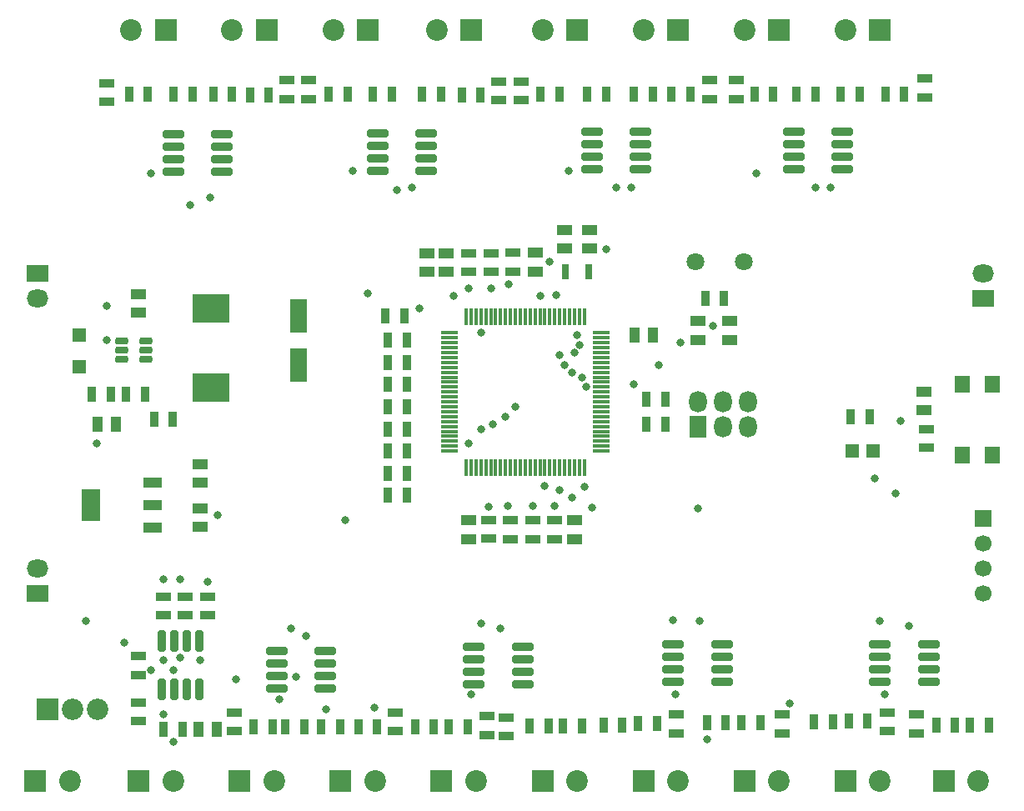
<source format=gts>
G04*
G04 #@! TF.GenerationSoftware,Altium Limited,Altium Designer,22.7.1 (60)*
G04*
G04 Layer_Color=8388736*
%FSLAX44Y44*%
%MOMM*%
G71*
G04*
G04 #@! TF.SameCoordinates,3B3FF853-3F63-4CB7-AB95-564DBE59FAD3*
G04*
G04*
G04 #@! TF.FilePolarity,Negative*
G04*
G01*
G75*
%ADD35R,1.5000X0.9000*%
%ADD36R,0.9000X1.5000*%
G04:AMPARAMS|DCode=37|XSize=1.68mm|YSize=0.37mm|CornerRadius=0.0913mm|HoleSize=0mm|Usage=FLASHONLY|Rotation=0.000|XOffset=0mm|YOffset=0mm|HoleType=Round|Shape=RoundedRectangle|*
%AMROUNDEDRECTD37*
21,1,1.6800,0.1875,0,0,0.0*
21,1,1.4975,0.3700,0,0,0.0*
1,1,0.1825,0.7488,-0.0938*
1,1,0.1825,-0.7488,-0.0938*
1,1,0.1825,-0.7488,0.0938*
1,1,0.1825,0.7488,0.0938*
%
%ADD37ROUNDEDRECTD37*%
G04:AMPARAMS|DCode=38|XSize=1.68mm|YSize=0.37mm|CornerRadius=0.0913mm|HoleSize=0mm|Usage=FLASHONLY|Rotation=270.000|XOffset=0mm|YOffset=0mm|HoleType=Round|Shape=RoundedRectangle|*
%AMROUNDEDRECTD38*
21,1,1.6800,0.1875,0,0,270.0*
21,1,1.4975,0.3700,0,0,270.0*
1,1,0.1825,-0.0938,-0.7488*
1,1,0.1825,-0.0938,0.7488*
1,1,0.1825,0.0938,0.7488*
1,1,0.1825,0.0938,-0.7488*
%
%ADD38ROUNDEDRECTD38*%
%ADD39R,1.5000X1.1000*%
G04:AMPARAMS|DCode=40|XSize=2.17mm|YSize=0.8mm|CornerRadius=0.175mm|HoleSize=0mm|Usage=FLASHONLY|Rotation=180.000|XOffset=0mm|YOffset=0mm|HoleType=Round|Shape=RoundedRectangle|*
%AMROUNDEDRECTD40*
21,1,2.1700,0.4500,0,0,180.0*
21,1,1.8200,0.8000,0,0,180.0*
1,1,0.3500,-0.9100,0.2250*
1,1,0.3500,0.9100,0.2250*
1,1,0.3500,0.9100,-0.2250*
1,1,0.3500,-0.9100,-0.2250*
%
%ADD40ROUNDEDRECTD40*%
%ADD41R,1.4000X1.4000*%
%ADD42R,0.8000X1.6000*%
%ADD43R,1.1000X1.5000*%
%ADD44R,1.9600X1.0800*%
%ADD45R,1.9600X3.3400*%
%ADD46R,1.8000X3.4000*%
G04:AMPARAMS|DCode=47|XSize=2.17mm|YSize=0.8mm|CornerRadius=0.175mm|HoleSize=0mm|Usage=FLASHONLY|Rotation=270.000|XOffset=0mm|YOffset=0mm|HoleType=Round|Shape=RoundedRectangle|*
%AMROUNDEDRECTD47*
21,1,2.1700,0.4500,0,0,270.0*
21,1,1.8200,0.8000,0,0,270.0*
1,1,0.3500,-0.2250,-0.9100*
1,1,0.3500,-0.2250,0.9100*
1,1,0.3500,0.2250,0.9100*
1,1,0.3500,0.2250,-0.9100*
%
%ADD47ROUNDEDRECTD47*%
G04:AMPARAMS|DCode=48|XSize=1.32mm|YSize=0.7mm|CornerRadius=0.2mm|HoleSize=0mm|Usage=FLASHONLY|Rotation=0.000|XOffset=0mm|YOffset=0mm|HoleType=Round|Shape=RoundedRectangle|*
%AMROUNDEDRECTD48*
21,1,1.3200,0.3000,0,0,0.0*
21,1,0.9200,0.7000,0,0,0.0*
1,1,0.4000,0.4600,-0.1500*
1,1,0.4000,-0.4600,-0.1500*
1,1,0.4000,-0.4600,0.1500*
1,1,0.4000,0.4600,0.1500*
%
%ADD48ROUNDEDRECTD48*%
%ADD49R,3.8000X2.8500*%
%ADD50R,1.3700X1.3800*%
%ADD51R,1.6000X1.8000*%
%ADD52R,2.2000X2.2000*%
%ADD53C,2.2000*%
%ADD54R,2.2000X1.8000*%
%ADD55O,2.2000X1.8000*%
%ADD56C,2.1800*%
%ADD57R,2.1800X2.1800*%
%ADD58C,1.7000*%
%ADD59R,1.7000X1.7000*%
%ADD60C,1.8000*%
%ADD61R,1.8000X2.2000*%
%ADD62O,1.8000X2.2000*%
%ADD63C,0.8000*%
D35*
X932000Y127500D02*
D03*
Y108500D02*
D03*
X903000Y129500D02*
D03*
Y110500D02*
D03*
X796000Y127500D02*
D03*
Y108500D02*
D03*
X688000Y127500D02*
D03*
Y108500D02*
D03*
X516000Y124500D02*
D03*
Y105500D02*
D03*
X496000Y125500D02*
D03*
Y106500D02*
D03*
X403000Y129500D02*
D03*
Y110500D02*
D03*
X240000Y129500D02*
D03*
Y110500D02*
D03*
X941000Y754500D02*
D03*
Y773500D02*
D03*
X749000Y752500D02*
D03*
Y771500D02*
D03*
X722000Y752500D02*
D03*
Y771500D02*
D03*
X110000Y749500D02*
D03*
Y768500D02*
D03*
X293000Y752500D02*
D03*
Y771500D02*
D03*
X315000Y752500D02*
D03*
Y771500D02*
D03*
X508000Y751500D02*
D03*
Y770500D02*
D03*
X531000Y751500D02*
D03*
Y770500D02*
D03*
X565000Y305500D02*
D03*
Y324500D02*
D03*
X542500D02*
D03*
Y305500D02*
D03*
X520000D02*
D03*
Y324500D02*
D03*
X497500Y325000D02*
D03*
Y306000D02*
D03*
X522500Y596500D02*
D03*
Y577500D02*
D03*
X500000Y577000D02*
D03*
Y596000D02*
D03*
X477500D02*
D03*
Y577000D02*
D03*
X942000Y417500D02*
D03*
Y398500D02*
D03*
X142500Y139500D02*
D03*
Y120500D02*
D03*
Y167500D02*
D03*
Y186500D02*
D03*
X212500Y247000D02*
D03*
Y228000D02*
D03*
X190000Y247000D02*
D03*
Y228000D02*
D03*
X167500Y247000D02*
D03*
Y228000D02*
D03*
D36*
X971500Y117000D02*
D03*
X952500D02*
D03*
X423000Y115000D02*
D03*
X442000D02*
D03*
X259500D02*
D03*
X278500D02*
D03*
X787000Y757500D02*
D03*
X768000D02*
D03*
X683500D02*
D03*
X702500D02*
D03*
X865500Y430000D02*
D03*
X884500D02*
D03*
X395500Y417500D02*
D03*
X414500D02*
D03*
Y395000D02*
D03*
X395500D02*
D03*
X395500Y372500D02*
D03*
X414500D02*
D03*
Y350000D02*
D03*
X395500D02*
D03*
X414500Y462500D02*
D03*
X395500D02*
D03*
X395500Y440000D02*
D03*
X414500D02*
D03*
X395500Y485000D02*
D03*
X414500D02*
D03*
Y507500D02*
D03*
X395500D02*
D03*
X412000Y532500D02*
D03*
X393000D02*
D03*
X737000Y550000D02*
D03*
X718000D02*
D03*
X677000Y447500D02*
D03*
X658000D02*
D03*
X658000Y422500D02*
D03*
X677000D02*
D03*
X158000Y427500D02*
D03*
X177000D02*
D03*
X149000Y452500D02*
D03*
X130000D02*
D03*
X95000D02*
D03*
X114000D02*
D03*
X187000Y112500D02*
D03*
X168000D02*
D03*
X882500Y121000D02*
D03*
X863500D02*
D03*
X719500Y119000D02*
D03*
X738500D02*
D03*
X668500Y118000D02*
D03*
X649500D02*
D03*
X539500Y116000D02*
D03*
X558500D02*
D03*
X476500Y115000D02*
D03*
X457500D02*
D03*
X986500Y117000D02*
D03*
X1005500D02*
D03*
X847500Y120000D02*
D03*
X828500D02*
D03*
X754500Y119000D02*
D03*
X773500D02*
D03*
X633500Y117000D02*
D03*
X614500D02*
D03*
X328000Y115000D02*
D03*
X347000D02*
D03*
X310500D02*
D03*
X291500D02*
D03*
X573500Y116000D02*
D03*
X592500D02*
D03*
X365500Y115000D02*
D03*
X384500D02*
D03*
X489500Y757000D02*
D03*
X470500D02*
D03*
X335500Y757500D02*
D03*
X354500D02*
D03*
X274500Y757000D02*
D03*
X255500D02*
D03*
X133000Y757500D02*
D03*
X152000D02*
D03*
X919500D02*
D03*
X900500D02*
D03*
X449500D02*
D03*
X430500D02*
D03*
X380500D02*
D03*
X399500D02*
D03*
X237500D02*
D03*
X218500D02*
D03*
X178000D02*
D03*
X197000D02*
D03*
X550500D02*
D03*
X569500D02*
D03*
X874500D02*
D03*
X855500D02*
D03*
X810500D02*
D03*
X829500D02*
D03*
X664500D02*
D03*
X645500D02*
D03*
X598000D02*
D03*
X617000D02*
D03*
D37*
X458200Y515000D02*
D03*
Y510000D02*
D03*
Y505000D02*
D03*
Y500000D02*
D03*
X458200Y495000D02*
D03*
Y490000D02*
D03*
X458200Y485000D02*
D03*
Y480000D02*
D03*
Y475000D02*
D03*
Y470000D02*
D03*
Y465000D02*
D03*
X458200Y460000D02*
D03*
Y455000D02*
D03*
Y450000D02*
D03*
X458200Y445000D02*
D03*
Y440000D02*
D03*
Y435000D02*
D03*
Y430000D02*
D03*
Y425000D02*
D03*
X458200Y420000D02*
D03*
Y415000D02*
D03*
X458200Y410000D02*
D03*
Y405000D02*
D03*
Y400000D02*
D03*
Y395000D02*
D03*
X611800D02*
D03*
Y400000D02*
D03*
Y405000D02*
D03*
Y410000D02*
D03*
X611800Y415000D02*
D03*
Y420000D02*
D03*
X611800Y425000D02*
D03*
Y430000D02*
D03*
Y435000D02*
D03*
Y440000D02*
D03*
Y445000D02*
D03*
X611800Y450000D02*
D03*
Y455000D02*
D03*
Y460000D02*
D03*
X611800Y465000D02*
D03*
Y470000D02*
D03*
Y475000D02*
D03*
Y480000D02*
D03*
Y485000D02*
D03*
X611800Y490000D02*
D03*
Y495000D02*
D03*
X611800Y500000D02*
D03*
Y505000D02*
D03*
Y510000D02*
D03*
Y515000D02*
D03*
D38*
X595000Y531800D02*
D03*
X590000D02*
D03*
X585000D02*
D03*
X580000D02*
D03*
X575000Y531800D02*
D03*
X570000D02*
D03*
X565000Y531800D02*
D03*
X560000D02*
D03*
X555000D02*
D03*
X550000D02*
D03*
X545000D02*
D03*
X540000Y531800D02*
D03*
X535000D02*
D03*
X530000D02*
D03*
X525000Y531800D02*
D03*
X520000D02*
D03*
X515000D02*
D03*
X510000D02*
D03*
X505000D02*
D03*
X500000Y531800D02*
D03*
X495000D02*
D03*
X490000Y531800D02*
D03*
X485000D02*
D03*
X480000D02*
D03*
X475000D02*
D03*
Y378200D02*
D03*
X480000D02*
D03*
X485000D02*
D03*
X490000D02*
D03*
X495000Y378200D02*
D03*
X500000D02*
D03*
X505000Y378200D02*
D03*
X510000D02*
D03*
X515000D02*
D03*
X520000D02*
D03*
X525000D02*
D03*
X530000Y378200D02*
D03*
X535000D02*
D03*
X540000D02*
D03*
X545000Y378200D02*
D03*
X550000D02*
D03*
X555000D02*
D03*
X560000D02*
D03*
X565000D02*
D03*
X570000Y378200D02*
D03*
X575000D02*
D03*
X580000Y378200D02*
D03*
X585000D02*
D03*
X590000D02*
D03*
X595000D02*
D03*
D39*
X205000Y363000D02*
D03*
Y382000D02*
D03*
Y318000D02*
D03*
Y337000D02*
D03*
X742500Y508000D02*
D03*
Y527000D02*
D03*
X710000Y508000D02*
D03*
Y527000D02*
D03*
X940000Y455500D02*
D03*
Y436500D02*
D03*
X477500Y324500D02*
D03*
Y305500D02*
D03*
X585000Y324500D02*
D03*
Y305500D02*
D03*
X142500Y554500D02*
D03*
Y535500D02*
D03*
X575000Y600500D02*
D03*
Y619500D02*
D03*
X600000Y600500D02*
D03*
Y619500D02*
D03*
X435000Y596000D02*
D03*
Y577000D02*
D03*
X545000Y596500D02*
D03*
Y577500D02*
D03*
X455000Y596000D02*
D03*
Y577000D02*
D03*
D40*
X282750Y153450D02*
D03*
Y166150D02*
D03*
Y178850D02*
D03*
Y191550D02*
D03*
X332250D02*
D03*
Y178850D02*
D03*
Y166150D02*
D03*
Y153450D02*
D03*
X944750Y160950D02*
D03*
Y173650D02*
D03*
Y186350D02*
D03*
Y199050D02*
D03*
X895250D02*
D03*
Y186350D02*
D03*
Y173650D02*
D03*
Y160950D02*
D03*
X734750D02*
D03*
Y173650D02*
D03*
Y186350D02*
D03*
Y199050D02*
D03*
X685250D02*
D03*
Y186350D02*
D03*
Y173650D02*
D03*
Y160950D02*
D03*
X532250Y158450D02*
D03*
Y171150D02*
D03*
Y183850D02*
D03*
Y196550D02*
D03*
X482750D02*
D03*
Y183850D02*
D03*
Y171150D02*
D03*
Y158450D02*
D03*
X434500Y679600D02*
D03*
Y692300D02*
D03*
Y705000D02*
D03*
Y717700D02*
D03*
X385000D02*
D03*
Y705000D02*
D03*
Y692300D02*
D03*
Y679600D02*
D03*
X227250Y678450D02*
D03*
Y691150D02*
D03*
Y703850D02*
D03*
Y716550D02*
D03*
X177750D02*
D03*
Y703850D02*
D03*
Y691150D02*
D03*
Y678450D02*
D03*
X857250Y680950D02*
D03*
Y693650D02*
D03*
Y706350D02*
D03*
Y719050D02*
D03*
X807750D02*
D03*
Y706350D02*
D03*
Y693650D02*
D03*
Y680950D02*
D03*
X652250D02*
D03*
Y693650D02*
D03*
Y706350D02*
D03*
Y719050D02*
D03*
X602750D02*
D03*
Y706350D02*
D03*
Y693650D02*
D03*
Y680950D02*
D03*
D41*
X867000Y395000D02*
D03*
X888000D02*
D03*
D42*
X599500Y577500D02*
D03*
X575500D02*
D03*
D43*
X646000Y512500D02*
D03*
X665000D02*
D03*
X100500Y422500D02*
D03*
X119500D02*
D03*
X222000Y112500D02*
D03*
X203000D02*
D03*
D44*
X156250Y317000D02*
D03*
Y340000D02*
D03*
Y363000D02*
D03*
D45*
X93750Y340000D02*
D03*
D46*
X305000Y532500D02*
D03*
Y482500D02*
D03*
D47*
X204050Y152750D02*
D03*
X191350D02*
D03*
X178650D02*
D03*
X165950D02*
D03*
Y202250D02*
D03*
X178650D02*
D03*
X191350D02*
D03*
X204050D02*
D03*
D48*
X149950Y507000D02*
D03*
Y497500D02*
D03*
Y488000D02*
D03*
X125050D02*
D03*
Y497500D02*
D03*
Y507000D02*
D03*
D49*
X216000Y540250D02*
D03*
Y459750D02*
D03*
D50*
X82500Y512500D02*
D03*
Y480700D02*
D03*
D51*
X1009000Y463000D02*
D03*
X979000D02*
D03*
X1009000Y391000D02*
D03*
X979000D02*
D03*
D52*
X895052Y822500D02*
D03*
X792552D02*
D03*
X690052D02*
D03*
X587552D02*
D03*
X480052D02*
D03*
X375052D02*
D03*
X272552D02*
D03*
X170052D02*
D03*
X960000Y60000D02*
D03*
X860000D02*
D03*
X757500D02*
D03*
X655000D02*
D03*
X552500D02*
D03*
X450000D02*
D03*
X347500D02*
D03*
X245000D02*
D03*
X142500D02*
D03*
X37500D02*
D03*
D53*
X860000Y822500D02*
D03*
X757500D02*
D03*
X655000D02*
D03*
X552500D02*
D03*
X445000D02*
D03*
X340000D02*
D03*
X237500D02*
D03*
X135000D02*
D03*
X995052Y60000D02*
D03*
X895052D02*
D03*
X792552D02*
D03*
X690052D02*
D03*
X587552D02*
D03*
X485052D02*
D03*
X382552D02*
D03*
X280052D02*
D03*
X177552D02*
D03*
X72552D02*
D03*
D54*
X40000Y575400D02*
D03*
X1000000Y550000D02*
D03*
X40000Y250000D02*
D03*
D55*
Y550000D02*
D03*
X1000000Y575400D02*
D03*
X40000Y275400D02*
D03*
D56*
X101000Y132500D02*
D03*
X75500D02*
D03*
D57*
X50000D02*
D03*
D58*
X1000000Y275400D02*
D03*
Y250000D02*
D03*
Y300800D02*
D03*
D59*
Y326200D02*
D03*
D60*
X757000Y587500D02*
D03*
X708000D02*
D03*
D61*
X710000Y419600D02*
D03*
D62*
X735400D02*
D03*
X760800Y419600D02*
D03*
X710000Y445000D02*
D03*
X735400D02*
D03*
X760800D02*
D03*
D63*
X803619Y138500D02*
D03*
X302000Y166000D02*
D03*
X241000Y163000D02*
D03*
X333000Y133000D02*
D03*
X382000Y134000D02*
D03*
X720000Y102000D02*
D03*
X285000Y142500D02*
D03*
X671000Y482000D02*
D03*
X916000Y426000D02*
D03*
X911000Y352000D02*
D03*
X710000Y337000D02*
D03*
X89000Y222000D02*
D03*
X477500Y402500D02*
D03*
X110000Y507500D02*
D03*
Y542500D02*
D03*
X595000Y359000D02*
D03*
X890000Y367500D02*
D03*
X100000Y402500D02*
D03*
X155000Y172500D02*
D03*
X177500D02*
D03*
Y100000D02*
D03*
X900000Y147500D02*
D03*
X687500D02*
D03*
X480000D02*
D03*
X770000Y677500D02*
D03*
X579292Y679555D02*
D03*
X360000Y680000D02*
D03*
X155000Y677500D02*
D03*
X167500Y127500D02*
D03*
X602500Y337500D02*
D03*
X550000Y552500D02*
D03*
X617500Y600000D02*
D03*
X560000Y587500D02*
D03*
X375000Y555000D02*
D03*
X427500Y540000D02*
D03*
X490000Y515000D02*
D03*
X462500Y552500D02*
D03*
X222500Y330000D02*
D03*
X352500Y325000D02*
D03*
X692500Y505000D02*
D03*
X570000Y492500D02*
D03*
X590000Y502500D02*
D03*
X587500Y512500D02*
D03*
X585000Y495000D02*
D03*
X725977Y522332D02*
D03*
X570000Y355000D02*
D03*
X555000Y360000D02*
D03*
X564787Y338893D02*
D03*
X517500Y339500D02*
D03*
X582500Y347500D02*
D03*
X542500Y339500D02*
D03*
X497500Y338000D02*
D03*
X592500Y470000D02*
D03*
X582500Y475000D02*
D03*
X575000Y482500D02*
D03*
X925000Y217500D02*
D03*
X596879Y460000D02*
D03*
X895000Y222500D02*
D03*
X712500D02*
D03*
X685082Y223470D02*
D03*
X525000Y440000D02*
D03*
X515000Y430000D02*
D03*
X502500Y422500D02*
D03*
X490000Y417500D02*
D03*
X510000Y215000D02*
D03*
X490000Y220000D02*
D03*
X312500Y207500D02*
D03*
X297500Y215000D02*
D03*
X477500Y560000D02*
D03*
X566500Y553074D02*
D03*
X645000Y462500D02*
D03*
X500000Y560000D02*
D03*
X845000Y662500D02*
D03*
X830000D02*
D03*
X642500D02*
D03*
X518447Y564053D02*
D03*
X627500Y662500D02*
D03*
X420000D02*
D03*
X405000Y660000D02*
D03*
X215000Y652500D02*
D03*
X195000Y645000D02*
D03*
X127500Y200000D02*
D03*
X212500Y262500D02*
D03*
X205000Y182500D02*
D03*
X185000Y265000D02*
D03*
Y185000D02*
D03*
X167500Y265000D02*
D03*
Y182500D02*
D03*
M02*

</source>
